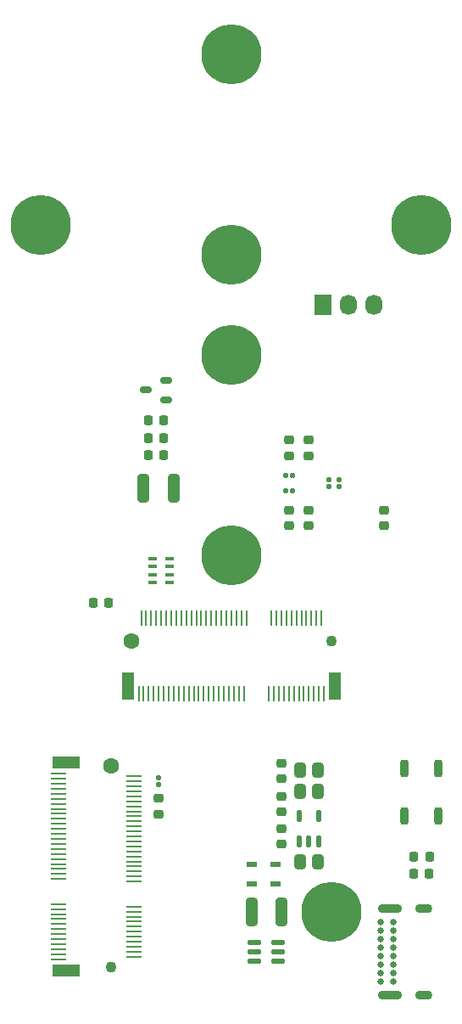
<source format=gbr>
%TF.GenerationSoftware,KiCad,Pcbnew,7.0.6*%
%TF.CreationDate,2023-08-09T14:48:54+09:30*%
%TF.ProjectId,backplane,6261636b-706c-4616-9e65-2e6b69636164,V1.0*%
%TF.SameCoordinates,Original*%
%TF.FileFunction,Soldermask,Top*%
%TF.FilePolarity,Negative*%
%FSLAX46Y46*%
G04 Gerber Fmt 4.6, Leading zero omitted, Abs format (unit mm)*
G04 Created by KiCad (PCBNEW 7.0.6) date 2023-08-09 14:48:54*
%MOMM*%
%LPD*%
G01*
G04 APERTURE LIST*
G04 Aperture macros list*
%AMRoundRect*
0 Rectangle with rounded corners*
0 $1 Rounding radius*
0 $2 $3 $4 $5 $6 $7 $8 $9 X,Y pos of 4 corners*
0 Add a 4 corners polygon primitive as box body*
4,1,4,$2,$3,$4,$5,$6,$7,$8,$9,$2,$3,0*
0 Add four circle primitives for the rounded corners*
1,1,$1+$1,$2,$3*
1,1,$1+$1,$4,$5*
1,1,$1+$1,$6,$7*
1,1,$1+$1,$8,$9*
0 Add four rect primitives between the rounded corners*
20,1,$1+$1,$2,$3,$4,$5,0*
20,1,$1+$1,$4,$5,$6,$7,0*
20,1,$1+$1,$6,$7,$8,$9,0*
20,1,$1+$1,$8,$9,$2,$3,0*%
G04 Aperture macros list end*
%ADD10RoundRect,0.125000X-0.130000X0.125000X-0.130000X-0.125000X0.130000X-0.125000X0.130000X0.125000X0*%
%ADD11C,6.000000*%
%ADD12RoundRect,0.212500X0.277500X-0.212500X0.277500X0.212500X-0.277500X0.212500X-0.277500X-0.212500X0*%
%ADD13R,1.060000X0.500000*%
%ADD14RoundRect,0.125000X0.125000X0.130000X-0.125000X0.130000X-0.125000X-0.130000X0.125000X-0.130000X0*%
%ADD15RoundRect,0.212500X-0.277500X0.212500X-0.277500X-0.212500X0.277500X-0.212500X0.277500X0.212500X0*%
%ADD16RoundRect,0.212500X-0.212500X-0.277500X0.212500X-0.277500X0.212500X0.277500X-0.212500X0.277500X0*%
%ADD17R,2.750000X1.200000*%
%ADD18C,1.100000*%
%ADD19C,1.600000*%
%ADD20R,1.550000X0.250000*%
%ADD21RoundRect,0.295000X-0.295000X-1.110000X0.295000X-1.110000X0.295000X1.110000X-0.295000X1.110000X0*%
%ADD22RoundRect,0.200000X-0.200000X-0.650000X0.200000X-0.650000X0.200000X0.650000X-0.200000X0.650000X0*%
%ADD23RoundRect,0.290000X0.290000X0.445000X-0.290000X0.445000X-0.290000X-0.445000X0.290000X-0.445000X0*%
%ADD24C,0.650000*%
%ADD25O,2.400000X0.900000*%
%ADD26O,1.700000X0.900000*%
%ADD27R,1.200000X2.750000*%
%ADD28R,0.250000X1.550000*%
%ADD29RoundRect,0.212500X0.212500X0.277500X-0.212500X0.277500X-0.212500X-0.277500X0.212500X-0.277500X0*%
%ADD30RoundRect,0.152500X-0.437500X0.152500X-0.437500X-0.152500X0.437500X-0.152500X0.437500X0.152500X0*%
%ADD31RoundRect,0.100000X0.350000X0.100000X-0.350000X0.100000X-0.350000X-0.100000X0.350000X-0.100000X0*%
%ADD32RoundRect,0.115000X0.115000X-0.460000X0.115000X0.460000X-0.115000X0.460000X-0.115000X-0.460000X0*%
%ADD33RoundRect,0.140000X0.535000X0.140000X-0.535000X0.140000X-0.535000X-0.140000X0.535000X-0.140000X0*%
%ADD34RoundRect,0.125000X-0.125000X-0.130000X0.125000X-0.130000X0.125000X0.130000X-0.125000X0.130000X0*%
%ADD35RoundRect,0.295000X0.295000X1.110000X-0.295000X1.110000X-0.295000X-1.110000X0.295000X-1.110000X0*%
%ADD36R,1.727200X2.032000*%
%ADD37O,1.727200X2.032000*%
G04 APERTURE END LIST*
D10*
%TO.C,SL5*%
X129100000Y-97500000D03*
X128400000Y-97500000D03*
%TD*%
D11*
%TO.C,MNT2*%
X142000000Y-71000000D03*
%TD*%
D12*
%TO.C,R1*%
X130750000Y-92475000D03*
X130750000Y-94025000D03*
%TD*%
D13*
%TO.C,D3*%
X125070000Y-134750000D03*
X127430000Y-134750000D03*
%TD*%
D14*
%TO.C,SL1*%
X115750000Y-126850000D03*
X115750000Y-126150000D03*
%TD*%
D15*
%TO.C,R2*%
X130750000Y-99475000D03*
X130750000Y-101025000D03*
%TD*%
D16*
%TO.C,R9*%
X116275000Y-90500000D03*
X114725000Y-90500000D03*
%TD*%
D17*
%TO.C,X1*%
X106500000Y-145350000D03*
D18*
X111000000Y-145000000D03*
D19*
X111000000Y-125000000D03*
D17*
X106500000Y-124650000D03*
D20*
X105725000Y-144250000D03*
X113275000Y-144000000D03*
X105725000Y-143750000D03*
X113275000Y-143500000D03*
X105725000Y-143250000D03*
X113275000Y-143000000D03*
X105725000Y-142750000D03*
X113275000Y-142500000D03*
X105725000Y-142250000D03*
X113275000Y-142000000D03*
X105725000Y-141750000D03*
X113275000Y-141500000D03*
X105725000Y-141250000D03*
X113275000Y-141000000D03*
X105725000Y-140750000D03*
X113275000Y-140500000D03*
X105725000Y-140250000D03*
X113275000Y-140000000D03*
X105725000Y-139750000D03*
X113275000Y-139500000D03*
X105725000Y-139250000D03*
X113275000Y-139000000D03*
X105725000Y-138750000D03*
X113275000Y-136500000D03*
X105725000Y-136250000D03*
X113275000Y-136000000D03*
X105725000Y-135750000D03*
X113275000Y-135500000D03*
X105725000Y-135250000D03*
X113275000Y-135000000D03*
X105725000Y-134750000D03*
X113275000Y-134500000D03*
X105725000Y-134250000D03*
X113275000Y-134000000D03*
X105725000Y-133750000D03*
X113275000Y-133500000D03*
X105725000Y-133250000D03*
X113275000Y-133000000D03*
X105725000Y-132750000D03*
X113275000Y-132500000D03*
X105725000Y-132250000D03*
X113275000Y-132000000D03*
X105725000Y-131750000D03*
X113275000Y-131500000D03*
X105725000Y-131250000D03*
X113275000Y-131000000D03*
X105725000Y-130750000D03*
X113275000Y-130500000D03*
X105725000Y-130250000D03*
X113275000Y-130000000D03*
X105725000Y-129750000D03*
X113275000Y-129500000D03*
X105725000Y-129250000D03*
X113275000Y-129000000D03*
X105725000Y-128750000D03*
X113275000Y-128500000D03*
X105725000Y-128250000D03*
X113275000Y-128000000D03*
X105725000Y-127750000D03*
X113275000Y-127500000D03*
X105725000Y-127250000D03*
X113275000Y-127000000D03*
X105725000Y-126750000D03*
X113275000Y-126500000D03*
X105725000Y-126250000D03*
X113275000Y-126000000D03*
X105725000Y-125750000D03*
%TD*%
D21*
%TO.C,F2*%
X114250000Y-97250000D03*
X117220000Y-97250000D03*
%TD*%
D22*
%TO.C,SW1*%
X143700000Y-125250000D03*
X140300000Y-125250000D03*
%TD*%
D23*
%TO.C,C2*%
X129875000Y-127500000D03*
X131625000Y-127500000D03*
%TD*%
D22*
%TO.C,SW2*%
X143700000Y-130000000D03*
X140300000Y-130000000D03*
%TD*%
D11*
%TO.C,MNT3*%
X104000000Y-71000000D03*
%TD*%
D24*
%TO.C,J1*%
X137900000Y-146475000D03*
X137900000Y-145625000D03*
X137900000Y-144775000D03*
X137900000Y-143925000D03*
X137900000Y-143075000D03*
X137900000Y-142225000D03*
X137900000Y-141375000D03*
X137900000Y-140525000D03*
X139225000Y-140520000D03*
X139225000Y-141370000D03*
X139225000Y-142220000D03*
X139225000Y-143070000D03*
X139225000Y-143920000D03*
X139225000Y-144770000D03*
X139225000Y-145620000D03*
X139225000Y-146475000D03*
D25*
X138880000Y-147825000D03*
D26*
X142260000Y-147825000D03*
D25*
X138880000Y-139175000D03*
D26*
X142260000Y-139175000D03*
%TD*%
D11*
%TO.C,MNT1*%
X133000000Y-139500000D03*
%TD*%
D10*
%TO.C,SL4*%
X129100000Y-96000000D03*
X128400000Y-96000000D03*
%TD*%
D23*
%TO.C,C3*%
X129875000Y-125395000D03*
X131625000Y-125395000D03*
%TD*%
D27*
%TO.C,X3*%
X133350000Y-117000000D03*
D18*
X133000000Y-112500000D03*
D19*
X113000000Y-112500000D03*
D27*
X112650000Y-117000000D03*
D28*
X132250000Y-117775000D03*
X132000000Y-110225000D03*
X131750000Y-117775000D03*
X131500000Y-110225000D03*
X131250000Y-117775000D03*
X131000000Y-110225000D03*
X130750000Y-117775000D03*
X130500000Y-110225000D03*
X130250000Y-117775000D03*
X130000000Y-110225000D03*
X129750000Y-117775000D03*
X129500000Y-110225000D03*
X129250000Y-117775000D03*
X129000000Y-110225000D03*
X128750000Y-117775000D03*
X128500000Y-110225000D03*
X128250000Y-117775000D03*
X128000000Y-110225000D03*
X127750000Y-117775000D03*
X127500000Y-110225000D03*
X127250000Y-117775000D03*
X127000000Y-110225000D03*
X126750000Y-117775000D03*
X124500000Y-110225000D03*
X124250000Y-117775000D03*
X124000000Y-110225000D03*
X123750000Y-117775000D03*
X123500000Y-110225000D03*
X123250000Y-117775000D03*
X123000000Y-110225000D03*
X122750000Y-117775000D03*
X122500000Y-110225000D03*
X122250000Y-117775000D03*
X122000000Y-110225000D03*
X121750000Y-117775000D03*
X121500000Y-110225000D03*
X121250000Y-117775000D03*
X121000000Y-110225000D03*
X120750000Y-117775000D03*
X120500000Y-110225000D03*
X120250000Y-117775000D03*
X120000000Y-110225000D03*
X119750000Y-117775000D03*
X119500000Y-110225000D03*
X119250000Y-117775000D03*
X119000000Y-110225000D03*
X118750000Y-117775000D03*
X118500000Y-110225000D03*
X118250000Y-117775000D03*
X118000000Y-110225000D03*
X117750000Y-117775000D03*
X117500000Y-110225000D03*
X117250000Y-117775000D03*
X117000000Y-110225000D03*
X116750000Y-117775000D03*
X116500000Y-110225000D03*
X116250000Y-117775000D03*
X116000000Y-110225000D03*
X115750000Y-117775000D03*
X115500000Y-110225000D03*
X115250000Y-117775000D03*
X115000000Y-110225000D03*
X114750000Y-117775000D03*
X114500000Y-110225000D03*
X114250000Y-117775000D03*
X114000000Y-110225000D03*
X113750000Y-117775000D03*
%TD*%
D15*
%TO.C,R15*%
X115750000Y-129775000D03*
X115750000Y-128225000D03*
%TD*%
D13*
%TO.C,D2*%
X125070000Y-136750000D03*
X127430000Y-136750000D03*
%TD*%
D23*
%TO.C,C1*%
X129875000Y-134500000D03*
X131625000Y-134500000D03*
%TD*%
D29*
%TO.C,R16*%
X109225000Y-108750000D03*
X110775000Y-108750000D03*
%TD*%
D30*
%TO.C,Q1*%
X114475000Y-87500000D03*
X116525000Y-86550000D03*
X116525000Y-88450000D03*
%TD*%
D12*
%TO.C,R3*%
X128750000Y-92475000D03*
X128750000Y-94025000D03*
%TD*%
D16*
%TO.C,R5*%
X142775000Y-135750000D03*
X141225000Y-135750000D03*
%TD*%
D15*
%TO.C,R11*%
X128000000Y-126275000D03*
X128000000Y-124725000D03*
%TD*%
D31*
%TO.C,R14*%
X116850000Y-106700000D03*
X116850000Y-105900000D03*
X116850000Y-105100000D03*
X116850000Y-104300000D03*
X115150000Y-104300000D03*
X115150000Y-105100000D03*
X115150000Y-105900000D03*
X115150000Y-106700000D03*
%TD*%
D32*
%TO.C,U9*%
X129800000Y-132500000D03*
X130750000Y-132500000D03*
X131700000Y-132500000D03*
X131700000Y-130000000D03*
X129800000Y-130000000D03*
%TD*%
D15*
%TO.C,R4*%
X128750000Y-99475000D03*
X128750000Y-101025000D03*
%TD*%
D33*
%TO.C,U1*%
X127675000Y-144450000D03*
X127675000Y-143500000D03*
X127675000Y-142550000D03*
X125325000Y-142550000D03*
X125325000Y-143500000D03*
X125325000Y-144450000D03*
%TD*%
D29*
%TO.C,R8*%
X114725000Y-92250000D03*
X116275000Y-92250000D03*
%TD*%
D15*
%TO.C,R10*%
X128000000Y-129525000D03*
X128000000Y-127975000D03*
%TD*%
D34*
%TO.C,SL7*%
X133750000Y-96400000D03*
X133750000Y-97100000D03*
%TD*%
D14*
%TO.C,SL6*%
X132750000Y-97100000D03*
X132750000Y-96400000D03*
%TD*%
D16*
%TO.C,R13*%
X114725000Y-94000000D03*
X116275000Y-94000000D03*
%TD*%
D15*
%TO.C,R12*%
X128000000Y-132775000D03*
X128000000Y-131225000D03*
%TD*%
D12*
%TO.C,R7*%
X138250000Y-101025000D03*
X138250000Y-99475000D03*
%TD*%
D16*
%TO.C,R6*%
X142800000Y-134000000D03*
X141250000Y-134000000D03*
%TD*%
D35*
%TO.C,F1*%
X127985000Y-139500000D03*
X125015000Y-139500000D03*
%TD*%
D11*
%TO.C,MNT4*%
X123000000Y-104000000D03*
%TD*%
%TO.C,MNT7*%
X123000000Y-54000000D03*
%TD*%
D36*
%TO.C,P10*%
X132170000Y-79000000D03*
D37*
X134710000Y-79000000D03*
X137250000Y-79000000D03*
%TD*%
D11*
%TO.C,MNT6*%
X123000000Y-84000000D03*
%TD*%
%TO.C,MNT5*%
X123000000Y-74000000D03*
%TD*%
M02*

</source>
